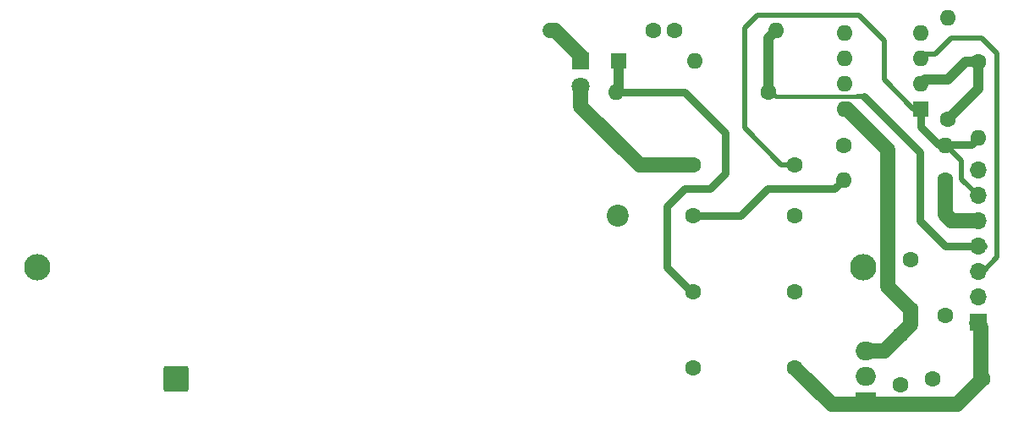
<source format=gbr>
%TF.GenerationSoftware,KiCad,Pcbnew,(6.0.5-0)*%
%TF.CreationDate,2022-06-25T01:23:25+01:00*%
%TF.ProjectId,revised_minh_design,72657669-7365-4645-9f6d-696e685f6465,rev?*%
%TF.SameCoordinates,Original*%
%TF.FileFunction,Copper,L1,Top*%
%TF.FilePolarity,Positive*%
%FSLAX46Y46*%
G04 Gerber Fmt 4.6, Leading zero omitted, Abs format (unit mm)*
G04 Created by KiCad (PCBNEW (6.0.5-0)) date 2022-06-25 01:23:25*
%MOMM*%
%LPD*%
G01*
G04 APERTURE LIST*
G04 Aperture macros list*
%AMRoundRect*
0 Rectangle with rounded corners*
0 $1 Rounding radius*
0 $2 $3 $4 $5 $6 $7 $8 $9 X,Y pos of 4 corners*
0 Add a 4 corners polygon primitive as box body*
4,1,4,$2,$3,$4,$5,$6,$7,$8,$9,$2,$3,0*
0 Add four circle primitives for the rounded corners*
1,1,$1+$1,$2,$3*
1,1,$1+$1,$4,$5*
1,1,$1+$1,$6,$7*
1,1,$1+$1,$8,$9*
0 Add four rect primitives between the rounded corners*
20,1,$1+$1,$2,$3,$4,$5,0*
20,1,$1+$1,$4,$5,$6,$7,0*
20,1,$1+$1,$6,$7,$8,$9,0*
20,1,$1+$1,$8,$9,$2,$3,0*%
G04 Aperture macros list end*
%TA.AperFunction,ComponentPad*%
%ADD10C,1.600000*%
%TD*%
%TA.AperFunction,ComponentPad*%
%ADD11O,1.600000X1.600000*%
%TD*%
%TA.AperFunction,ComponentPad*%
%ADD12R,1.600000X1.600000*%
%TD*%
%TA.AperFunction,ComponentPad*%
%ADD13R,1.800000X1.800000*%
%TD*%
%TA.AperFunction,ComponentPad*%
%ADD14C,1.800000*%
%TD*%
%TA.AperFunction,ComponentPad*%
%ADD15R,2.000000X1.905000*%
%TD*%
%TA.AperFunction,ComponentPad*%
%ADD16O,2.000000X1.905000*%
%TD*%
%TA.AperFunction,ComponentPad*%
%ADD17R,1.700000X1.700000*%
%TD*%
%TA.AperFunction,ComponentPad*%
%ADD18O,1.700000X1.700000*%
%TD*%
%TA.AperFunction,ComponentPad*%
%ADD19RoundRect,0.249999X1.025001X-1.025001X1.025001X1.025001X-1.025001X1.025001X-1.025001X-1.025001X0*%
%TD*%
%TA.AperFunction,ComponentPad*%
%ADD20C,2.640000*%
%TD*%
%TA.AperFunction,ComponentPad*%
%ADD21C,2.200000*%
%TD*%
%TA.AperFunction,Conductor*%
%ADD22C,1.500000*%
%TD*%
%TA.AperFunction,Conductor*%
%ADD23C,1.000000*%
%TD*%
%TA.AperFunction,Conductor*%
%ADD24C,0.500000*%
%TD*%
%TA.AperFunction,Conductor*%
%ADD25C,0.800000*%
%TD*%
%TA.AperFunction,Conductor*%
%ADD26C,0.400000*%
%TD*%
G04 APERTURE END LIST*
D10*
%TO.P,R1,1*%
%TO.N,Net-(R1-Pad1)*%
X181229000Y-34544000D03*
D11*
%TO.P,R1,2*%
%TO.N,Earth*%
X181229000Y-24384000D03*
%TD*%
D12*
%TO.P,D1,1,K*%
%TO.N,VMON*%
X148336000Y-28702000D03*
D11*
%TO.P,D1,2,A*%
%TO.N,Earth*%
X155956000Y-28702000D03*
%TD*%
D10*
%TO.P,C1,1*%
%TO.N,+12V*%
X184745000Y-60579000D03*
%TO.P,C1,2*%
%TO.N,Earth*%
X179745000Y-60579000D03*
%TD*%
%TO.P,R7,1*%
%TO.N,IMON_3V3*%
X180975000Y-40640000D03*
D11*
%TO.P,R7,2*%
%TO.N,IMON*%
X170815000Y-40640000D03*
%TD*%
D10*
%TO.P,R5,1*%
%TO.N,VMON_3V3*%
X163322000Y-31877000D03*
D11*
%TO.P,R5,2*%
%TO.N,VMON*%
X148082000Y-31877000D03*
%TD*%
D10*
%TO.P,R4,1*%
%TO.N,Earth*%
X151765000Y-25654000D03*
D11*
%TO.P,R4,2*%
%TO.N,Net-(D2-Pad1)*%
X141605000Y-25654000D03*
%TD*%
D13*
%TO.P,D2,1,K*%
%TO.N,Net-(D2-Pad1)*%
X144526000Y-28697000D03*
D14*
%TO.P,D2,2,A*%
%TO.N,Net-(D2-Pad2)*%
X144526000Y-31237000D03*
%TD*%
D15*
%TO.P,U1,1,VI*%
%TO.N,+12V*%
X173030000Y-62865000D03*
D16*
%TO.P,U1,2,GND*%
%TO.N,Earth*%
X173030000Y-60325000D03*
%TO.P,U1,3,VO*%
%TO.N,+5V*%
X173030000Y-57785000D03*
%TD*%
D10*
%TO.P,C2,1*%
%TO.N,+5V*%
X176530000Y-56134000D03*
%TO.P,C2,2*%
%TO.N,Earth*%
X176530000Y-61134000D03*
%TD*%
%TO.P,C3,1*%
%TO.N,+5V*%
X177546000Y-53594000D03*
%TO.P,C3,2*%
%TO.N,Earth*%
X177546000Y-48594000D03*
%TD*%
%TO.P,R6,1*%
%TO.N,Earth*%
X153924000Y-25654000D03*
D11*
%TO.P,R6,2*%
%TO.N,VMON_3V3*%
X164084000Y-25654000D03*
%TD*%
D10*
%TO.P,R8,1*%
%TO.N,Earth*%
X180975000Y-54229000D03*
D11*
%TO.P,R8,2*%
%TO.N,IMON_3V3*%
X180975000Y-44069000D03*
%TD*%
D17*
%TO.P,J1,1,Pin_1*%
%TO.N,+12V*%
X184252000Y-54864000D03*
D18*
%TO.P,J1,2,Pin_2*%
%TO.N,Earth*%
X184252000Y-52324000D03*
%TO.P,J1,3,Pin_3*%
%TO.N,DAC_SIG*%
X184252000Y-49784000D03*
%TO.P,J1,4,Pin_4*%
%TO.N,VMON_3V3*%
X184252000Y-47244000D03*
%TO.P,J1,5,Pin_5*%
%TO.N,IMON_3V3*%
X184252000Y-44704000D03*
%TO.P,J1,6,Pin_6*%
%TO.N,VPGM*%
X184252000Y-42164000D03*
%TO.P,J1,7,Pin_7*%
%TO.N,Earth*%
X184252000Y-39624000D03*
%TD*%
D10*
%TO.P,R3,1*%
%TO.N,Earth*%
X170815000Y-37211000D03*
D11*
%TO.P,R3,2*%
%TO.N,VPGM*%
X180975000Y-37211000D03*
%TD*%
D10*
%TO.P,R2,1*%
%TO.N,Net-(R1-Pad1)*%
X184277000Y-28829000D03*
D11*
%TO.P,R2,2*%
%TO.N,VPGM*%
X184277000Y-36449000D03*
%TD*%
D12*
%TO.P,U2,1*%
%TO.N,VPGM*%
X178552000Y-33518000D03*
D11*
%TO.P,U2,2,-*%
%TO.N,Net-(R1-Pad1)*%
X178552000Y-30978000D03*
%TO.P,U2,3,+*%
%TO.N,DAC_SIG*%
X178552000Y-28438000D03*
%TO.P,U2,4,V-*%
%TO.N,Earth*%
X178552000Y-25898000D03*
%TO.P,U2,5,+*%
%TO.N,unconnected-(U2-Pad5)*%
X170932000Y-25898000D03*
%TO.P,U2,6,-*%
%TO.N,unconnected-(U2-Pad6)*%
X170932000Y-28438000D03*
%TO.P,U2,7*%
%TO.N,unconnected-(U2-Pad7)*%
X170932000Y-30978000D03*
%TO.P,U2,8,V+*%
%TO.N,+5V*%
X170932000Y-33518000D03*
%TD*%
D19*
%TO.P,J2,1,Pin_1*%
%TO.N,Net-(J2-Pad1)*%
X104053000Y-60579000D03*
%TD*%
D20*
%TO.P,U3,*%
%TO.N,*%
X172800000Y-49364000D03*
X90173800Y-49364000D03*
D10*
%TO.P,U3,1,VIN*%
%TO.N,+12V*%
X165948800Y-59464400D03*
%TO.P,U3,2,SGND*%
%TO.N,Earth*%
X165948800Y-51844400D03*
%TO.P,U3,3,CGND*%
X165948800Y-44224400D03*
%TO.P,U3,4,VPGM*%
%TO.N,VPGM*%
X165948800Y-39102400D03*
%TO.P,U3,5,VREF*%
%TO.N,Net-(D2-Pad2)*%
X155788800Y-39144400D03*
%TO.P,U3,6,IMON*%
%TO.N,IMON*%
X155788800Y-44224400D03*
%TO.P,U3,7,VMON*%
%TO.N,VMON*%
X155788800Y-51844400D03*
%TO.P,U3,8,HV_RTIN*%
%TO.N,Net-(J2-Pad1)*%
X155788800Y-59464400D03*
D21*
%TO.P,U3,9,HV_OUT*%
%TO.N,unconnected-(U3-Pad9)*%
X148212800Y-44182400D03*
%TD*%
D22*
%TO.N,+12V*%
X184531000Y-60365000D02*
X184531000Y-55372000D01*
D23*
X184745000Y-60579000D02*
X184531000Y-60365000D01*
X184150000Y-54966000D02*
X184252000Y-54864000D01*
D22*
X169603400Y-63119000D02*
X182205000Y-63119000D01*
X184531000Y-55372000D02*
X184150000Y-54991000D01*
D23*
X184150000Y-54991000D02*
X184150000Y-54966000D01*
D22*
X182205000Y-63119000D02*
X184745000Y-60579000D01*
X165948800Y-59464400D02*
X169603400Y-63119000D01*
%TO.N,+5V*%
X177546000Y-55118000D02*
X176530000Y-56134000D01*
X175260000Y-51308000D02*
X177546000Y-53594000D01*
X174879000Y-57785000D02*
X173030000Y-57785000D01*
X171186000Y-33518000D02*
X175260000Y-37592000D01*
X170932000Y-33518000D02*
X171186000Y-33518000D01*
X175260000Y-37592000D02*
X175260000Y-51308000D01*
X176530000Y-56134000D02*
X174879000Y-57785000D01*
X177546000Y-53594000D02*
X177546000Y-55118000D01*
D24*
%TO.N,Net-(D2-Pad1)*%
X141478000Y-25654000D02*
X141605000Y-25654000D01*
D22*
X141986000Y-25654000D02*
X144526000Y-28194000D01*
X144526000Y-28194000D02*
X144526000Y-28702000D01*
X141478000Y-25654000D02*
X141986000Y-25654000D01*
D24*
X144526000Y-28697000D02*
X144526000Y-28702000D01*
D22*
%TO.N,Net-(D2-Pad2)*%
X144526000Y-33274000D02*
X150396400Y-39144400D01*
X144526000Y-31237000D02*
X144526000Y-33274000D01*
X150396400Y-39144400D02*
X155788800Y-39144400D01*
D24*
%TO.N,VPGM*%
X182626000Y-40538000D02*
X182626000Y-38735000D01*
D25*
X183642000Y-37084000D02*
X184277000Y-36449000D01*
D24*
X177800000Y-33528000D02*
X174879000Y-30607000D01*
D25*
X178562000Y-33528000D02*
X178562000Y-35306000D01*
D24*
X164578400Y-39102400D02*
X165948800Y-39102400D01*
X180340000Y-37084000D02*
X180975000Y-37084000D01*
X172339000Y-24130000D02*
X162179000Y-24130000D01*
X174879000Y-30607000D02*
X174879000Y-26670000D01*
X184252000Y-42164000D02*
X182626000Y-40538000D01*
X174879000Y-26670000D02*
X172339000Y-24130000D01*
X162179000Y-24130000D02*
X160909000Y-25400000D01*
X178562000Y-33528000D02*
X177800000Y-33528000D01*
X160909000Y-25400000D02*
X160909000Y-35433000D01*
D25*
X180975000Y-37084000D02*
X183642000Y-37084000D01*
D24*
X182626000Y-38735000D02*
X180975000Y-37084000D01*
X160909000Y-35433000D02*
X164578400Y-39102400D01*
D25*
X178562000Y-35306000D02*
X180340000Y-37084000D01*
D23*
%TO.N,Net-(R1-Pad1)*%
X181239000Y-30597000D02*
X178933000Y-30597000D01*
X181229000Y-34544000D02*
X184277000Y-31496000D01*
X178933000Y-30597000D02*
X178552000Y-30978000D01*
X184277000Y-31496000D02*
X184277000Y-28829000D01*
X184277000Y-28829000D02*
X183007000Y-28829000D01*
X183007000Y-28829000D02*
X181239000Y-30597000D01*
D24*
%TO.N,DAC_SIG*%
X186182000Y-48387000D02*
X186182000Y-27940000D01*
X184785000Y-49784000D02*
X186182000Y-48387000D01*
X186182000Y-27940000D02*
X184658000Y-26416000D01*
X181610000Y-26416000D02*
X179969000Y-28057000D01*
X179969000Y-28057000D02*
X178425000Y-28057000D01*
X184658000Y-26416000D02*
X181610000Y-26416000D01*
%TO.N,VMON*%
X148336000Y-31496000D02*
X148082000Y-31750000D01*
D25*
X154940000Y-31877000D02*
X159004000Y-35941000D01*
D24*
X148082000Y-31750000D02*
X148209000Y-31877000D01*
D25*
X159004000Y-40005000D02*
X157480000Y-41529000D01*
D23*
X148336000Y-28702000D02*
X148336000Y-31496000D01*
D25*
X159004000Y-35941000D02*
X159004000Y-40005000D01*
X153162000Y-43307000D02*
X153162000Y-49403000D01*
D24*
X155603400Y-51844400D02*
X155788800Y-51844400D01*
D25*
X154940000Y-41529000D02*
X153162000Y-43307000D01*
X148209000Y-31877000D02*
X154940000Y-31877000D01*
X153162000Y-49403000D02*
X155603400Y-51844400D01*
X157480000Y-41529000D02*
X154940000Y-41529000D01*
%TO.N,IMON*%
X163195000Y-41529000D02*
X169926000Y-41529000D01*
X155788800Y-44224400D02*
X160499600Y-44224400D01*
X160499600Y-44224400D02*
X163195000Y-41529000D01*
X169926000Y-41529000D02*
X170815000Y-40640000D01*
%TO.N,VMON_3V3*%
X172847000Y-32258000D02*
X178435000Y-37846000D01*
D24*
X172212000Y-32258000D02*
X172847000Y-32258000D01*
D26*
X172085000Y-32258000D02*
X164084000Y-32258000D01*
D23*
X163322000Y-26416000D02*
X164084000Y-25654000D01*
X163322000Y-31877000D02*
X163322000Y-26416000D01*
D26*
X164084000Y-32258000D02*
X163576000Y-31750000D01*
D25*
X180975000Y-47244000D02*
X184785000Y-47244000D01*
X178435000Y-37846000D02*
X178435000Y-44704000D01*
X178435000Y-44704000D02*
X180975000Y-47244000D01*
D22*
%TO.N,IMON_3V3*%
X181610000Y-44704000D02*
X180975000Y-44069000D01*
X180975000Y-44069000D02*
X180975000Y-40640000D01*
X184252000Y-44704000D02*
X181610000Y-44704000D01*
%TD*%
M02*

</source>
